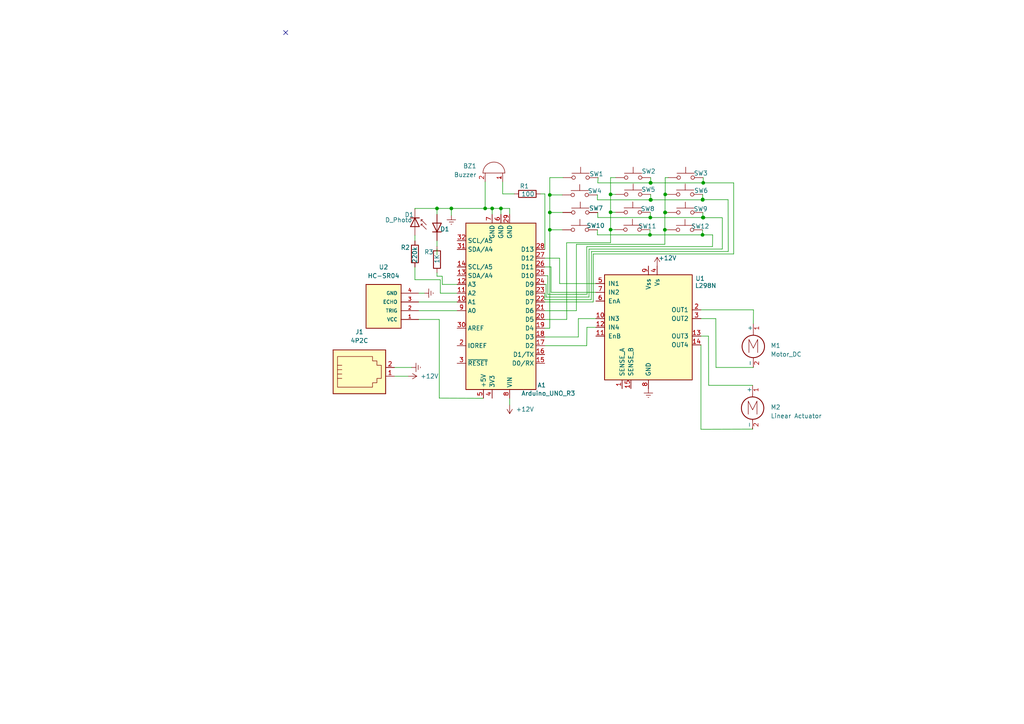
<source format=kicad_sch>
(kicad_sch (version 20211123) (generator eeschema)
  (paper "A4")
  (lib_symbols
    (symbol "Connector:4P2C" (pin_names (offset 1.016))
      (property "Reference" "J" (at -5.08 8.89 0))
      (property "Value" "4P2C" (at 2.54 8.89 0))
      (symbol "4P2C_0_1"
        (polyline (pts (xy -6.35 -0.635) (xy -5.08 -0.635) (xy -5.08 -0.635)))
        (polyline (pts (xy -6.35 0.635) (xy -5.08 0.635) (xy -5.08 0.635)))
        (polyline (pts (xy -6.35 1.905) (xy -5.08 1.905) (xy -5.08 1.905)))
        (polyline (pts (xy -6.35 3.175) (xy -5.08 3.175) (xy -5.08 3.175)))
        (polyline (pts (xy -6.35 -3.175) (xy -6.35 5.715) (xy -1.27 5.715) (xy 3.81 5.715) (xy 3.81 4.445) (xy 5.08 4.445) (xy 5.08 3.175) (xy 6.35 3.175) (xy 6.35 -0.635) (xy 5.08 -0.635) (xy 5.08 -1.905) (xy 3.81 -1.905) (xy 3.81 -3.175) (xy -6.35 -3.175) (xy -6.35 -3.175)))
        (rectangle (start 7.62 7.62) (end -7.62 -5.08) (stroke (width 0.254)) (fill (type background)))
      )
      (symbol "4P2C_1_1"
        (pin passive line (at 10.16 0 180) (length 2.54) (name "~") (number "1"))
        (pin passive line (at 10.16 2.54 180) (length 2.54) (name "~") (number "2"))
      )
    )
    (symbol "Device:Buzzer" (pin_names (offset 0.0254) hide)
      (property "Reference" "BZ" (at 3.81 1.27 0))
      (property "Value" "Buzzer" (at 3.81 -1.27 0))
      (symbol "Buzzer_0_1"
        (arc (start 0 -3.175) (mid 3.175 0) (end 0 3.175))
        (polyline (pts (xy -1.651 1.905) (xy -1.143 1.905)))
        (polyline (pts (xy -1.397 2.159) (xy -1.397 1.651)))
        (polyline (pts (xy 0 3.175) (xy 0 -3.175)))
      )
      (symbol "Buzzer_1_1"
        (pin passive line (at -2.54 2.54 0) (length 2.54) (name "-") (number "1"))
        (pin passive line (at -2.54 -2.54 0) (length 2.54) (name "+") (number "2"))
      )
    )
    (symbol "Device:D" (pin_numbers hide) (pin_names (offset 1.016) hide)
      (property "Reference" "D" (at 0 2.54 0))
      (property "Value" "D" (at 0 -2.54 0))
      (symbol "D_0_1"
        (polyline (pts (xy -1.27 1.27) (xy -1.27 -1.27)) (stroke (width 0.254)))
        (polyline (pts (xy 1.27 0) (xy -1.27 0)))
        (polyline (pts (xy 1.27 1.27) (xy 1.27 -1.27) (xy -1.27 0) (xy 1.27 1.27)) (stroke (width 0.254)))
      )
      (symbol "D_1_1"
        (pin passive line (at -3.81 0 0) (length 2.54) (name "K") (number "1"))
        (pin passive line (at 3.81 0 180) (length 2.54) (name "A") (number "2"))
      )
    )
    (symbol "Device:D_Photo" (pin_numbers hide) (pin_names hide)
      (property "Reference" "D" (at 0.508 1.778 0))
      (property "Value" "D_Photo" (at -1.016 -2.794 0))
      (symbol "D_Photo_0_1"
        (polyline (pts (xy -2.54 1.27) (xy -2.54 -1.27)) (stroke (width 0.254)))
        (polyline (pts (xy -2.032 1.778) (xy -1.524 1.778)))
        (polyline (pts (xy 0 0) (xy -2.54 0)))
        (polyline (pts (xy -0.508 3.302) (xy -2.032 1.778) (xy -2.032 2.286)))
        (polyline (pts (xy 0 -1.27) (xy 0 1.27) (xy -2.54 0) (xy 0 -1.27)) (stroke (width 0.254)))
        (polyline (pts (xy 0.762 3.302) (xy -0.762 1.778) (xy -0.762 2.286) (xy -0.762 1.778) (xy -0.254 1.778)))
      )
      (symbol "D_Photo_1_1"
        (pin passive line (at -5.08 0 0) (length 2.54) (name "K") (number "1"))
        (pin passive line (at 2.54 0 180) (length 2.54) (name "A") (number "2"))
      )
    )
    (symbol "Device:R" (pin_numbers hide) (pin_names (offset 0))
      (property "Reference" "R" (at 2.032 0 90))
      (property "Value" "R" (at 0 0 90))
      (symbol "R_0_1"
        (rectangle (start -1.016 -2.54) (end 1.016 2.54) (stroke (width 0.254)))
      )
      (symbol "R_1_1"
        (pin passive line (at 0 3.81 270) (length 1.27) (name "~") (number "1"))
        (pin passive line (at 0 -3.81 90) (length 1.27) (name "~") (number "2"))
      )
    )
    (symbol "Driver_Motor:L298N" (pin_names (offset 1.016))
      (property "Reference" "U" (at -10.16 16.51 0))
      (property "Value" "L298N" (at 12.7 16.51 0))
      (symbol "L298N_0_1"
        (rectangle (start -12.7 15.24) (end 12.7 -15.24) (stroke (width 0.254)) (fill (type background)))
      )
      (symbol "L298N_1_1"
        (pin power_in line (at -7.62 -17.78 90) (length 2.54) (name "SENSE_A") (number "1"))
        (pin input line (at -15.24 2.54 0) (length 2.54) (name "IN3") (number "10"))
        (pin input line (at -15.24 -2.54 0) (length 2.54) (name "EnB") (number "11"))
        (pin input line (at -15.24 0 0) (length 2.54) (name "IN4") (number "12"))
        (pin output line (at 15.24 -2.54 180) (length 2.54) (name "OUT3") (number "13"))
        (pin output line (at 15.24 -5.08 180) (length 2.54) (name "OUT4") (number "14"))
        (pin power_in line (at -5.08 -17.78 90) (length 2.54) (name "SENSE_B") (number "15"))
        (pin output line (at 15.24 5.08 180) (length 2.54) (name "OUT1") (number "2"))
        (pin output line (at 15.24 2.54 180) (length 2.54) (name "OUT2") (number "3"))
        (pin power_in line (at 2.54 17.78 270) (length 2.54) (name "Vs") (number "4"))
        (pin input line (at -15.24 12.7 0) (length 2.54) (name "IN1") (number "5"))
        (pin input line (at -15.24 7.62 0) (length 2.54) (name "EnA") (number "6"))
        (pin input line (at -15.24 10.16 0) (length 2.54) (name "IN2") (number "7"))
        (pin power_in line (at 0 -17.78 90) (length 2.54) (name "GND") (number "8"))
        (pin power_in line (at 0 17.78 270) (length 2.54) (name "Vss") (number "9"))
      )
    )
    (symbol "HC-SR04:HC-SR04" (pin_names (offset 1.016))
      (property "Reference" "U" (at 0 5.0813 0))
      (property "Value" "HC-SR04" (at 0 -10.163 0))
      (symbol "HC-SR04_0_0"
        (rectangle (start 0 -7.62) (end 10.16 5.08) (stroke (width 0.254)) (fill (type background)))
        (pin power_in line (at -5.08 2.54 0) (length 5.08) (name "VCC") (number "1"))
        (pin bidirectional line (at -5.08 0 0) (length 5.08) (name "TRIG") (number "2"))
        (pin bidirectional line (at -5.08 -2.54 0) (length 5.08) (name "ECHO") (number "3"))
        (pin power_in line (at -5.08 -5.08 0) (length 5.08) (name "GND") (number "4"))
      )
    )
    (symbol "MCU_Module:Arduino_UNO_R3"
      (property "Reference" "A" (at -10.16 23.495 0))
      (property "Value" "Arduino_UNO_R3" (at 5.08 -26.67 0))
      (symbol "Arduino_UNO_R3_0_1"
        (rectangle (start -10.16 22.86) (end 10.16 -25.4) (stroke (width 0.254)) (fill (type background)))
      )
      (symbol "Arduino_UNO_R3_1_1"
        (pin no_connect line (at -10.16 -20.32 0) (length 2.54) hide (name "NC") (number "1"))
        (pin bidirectional line (at 12.7 -2.54 180) (length 2.54) (name "A1") (number "10"))
        (pin bidirectional line (at 12.7 -5.08 180) (length 2.54) (name "A2") (number "11"))
        (pin bidirectional line (at 12.7 -7.62 180) (length 2.54) (name "A3") (number "12"))
        (pin bidirectional line (at 12.7 -10.16 180) (length 2.54) (name "SDA/A4") (number "13"))
        (pin bidirectional line (at 12.7 -12.7 180) (length 2.54) (name "SCL/A5") (number "14"))
        (pin bidirectional line (at -12.7 15.24 0) (length 2.54) (name "D0/RX") (number "15"))
        (pin bidirectional line (at -12.7 12.7 0) (length 2.54) (name "D1/TX") (number "16"))
        (pin bidirectional line (at -12.7 10.16 0) (length 2.54) (name "D2") (number "17"))
        (pin bidirectional line (at -12.7 7.62 0) (length 2.54) (name "D3") (number "18"))
        (pin bidirectional line (at -12.7 5.08 0) (length 2.54) (name "D4") (number "19"))
        (pin output line (at 12.7 10.16 180) (length 2.54) (name "IOREF") (number "2"))
        (pin bidirectional line (at -12.7 2.54 0) (length 2.54) (name "D5") (number "20"))
        (pin bidirectional line (at -12.7 0 0) (length 2.54) (name "D6") (number "21"))
        (pin bidirectional line (at -12.7 -2.54 0) (length 2.54) (name "D7") (number "22"))
        (pin bidirectional line (at -12.7 -5.08 0) (length 2.54) (name "D8") (number "23"))
        (pin bidirectional line (at -12.7 -7.62 0) (length 2.54) (name "D9") (number "24"))
        (pin bidirectional line (at -12.7 -10.16 0) (length 2.54) (name "D10") (number "25"))
        (pin bidirectional line (at -12.7 -12.7 0) (length 2.54) (name "D11") (number "26"))
        (pin bidirectional line (at -12.7 -15.24 0) (length 2.54) (name "D12") (number "27"))
        (pin bidirectional line (at -12.7 -17.78 0) (length 2.54) (name "D13") (number "28"))
        (pin power_in line (at -2.54 -27.94 90) (length 2.54) (name "GND") (number "29"))
        (pin input line (at 12.7 15.24 180) (length 2.54) (name "~{RESET}") (number "3"))
        (pin input line (at 12.7 5.08 180) (length 2.54) (name "AREF") (number "30"))
        (pin bidirectional line (at 12.7 -17.78 180) (length 2.54) (name "SDA/A4") (number "31"))
        (pin bidirectional line (at 12.7 -20.32 180) (length 2.54) (name "SCL/A5") (number "32"))
        (pin power_out line (at 2.54 25.4 270) (length 2.54) (name "3V3") (number "4"))
        (pin power_out line (at 5.08 25.4 270) (length 2.54) (name "+5V") (number "5"))
        (pin power_in line (at 0 -27.94 90) (length 2.54) (name "GND") (number "6"))
        (pin power_in line (at 2.54 -27.94 90) (length 2.54) (name "GND") (number "7"))
        (pin power_in line (at -2.54 25.4 270) (length 2.54) (name "VIN") (number "8"))
        (pin bidirectional line (at 12.7 0 180) (length 2.54) (name "A0") (number "9"))
      )
    )
    (symbol "Motor:Motor_DC" (pin_names (offset 0))
      (property "Reference" "M" (at 2.54 2.54 0))
      (property "Value" "Motor_DC" (at 2.54 -5.08 0))
      (symbol "Motor_DC_0_0"
        (polyline (pts (xy -1.27 -3.302) (xy -1.27 0.508) (xy 0 -2.032) (xy 1.27 0.508) (xy 1.27 -3.302)))
      )
      (symbol "Motor_DC_0_1"
        (circle (center 0 -1.524) (radius 3.2512) (stroke (width 0.254)))
        (polyline (pts (xy 0 -7.62) (xy 0 -7.112)))
        (polyline (pts (xy 0 -4.7752) (xy 0 -5.1816)))
        (polyline (pts (xy 0 1.7272) (xy 0 2.0828)))
        (polyline (pts (xy 0 2.032) (xy 0 2.54)))
      )
      (symbol "Motor_DC_1_1"
        (pin passive line (at 0 5.08 270) (length 2.54) (name "+") (number "1"))
        (pin passive line (at 0 -7.62 90) (length 2.54) (name "-") (number "2"))
      )
    )
    (symbol "Switch:SW_Push" (pin_numbers hide) (pin_names (offset 1.016) hide)
      (property "Reference" "SW" (at 1.27 2.54 0))
      (property "Value" "SW_Push" (at 0 -1.524 0))
      (symbol "SW_Push_0_1"
        (circle (center -2.032 0) (radius 0.508))
        (polyline (pts (xy 0 1.27) (xy 0 3.048)))
        (polyline (pts (xy 2.54 1.27) (xy -2.54 1.27)))
        (circle (center 2.032 0) (radius 0.508))
        (pin passive line (at -5.08 0 0) (length 2.54) (name "1") (number "1"))
        (pin passive line (at 5.08 0 180) (length 2.54) (name "2") (number "2"))
      )
    )
    (symbol "power:+12V" (power) (pin_names (offset 0))
      (property "Value" "+12V" (at 0 3.556 0))
      (symbol "+12V_0_1"
        (polyline (pts (xy -0.762 1.27) (xy 0 2.54)))
        (polyline (pts (xy 0 0) (xy 0 2.54)))
        (polyline (pts (xy 0 2.54) (xy 0.762 1.27)))
      )
      (symbol "+12V_1_1"
        (pin power_in line (at 0 0 90) (length 0) hide (name "+12V") (number "1"))
      )
    )
    (symbol "power:GNDREF" (power) (pin_names (offset 0))
      (property "Value" "GNDREF" (at 0 -3.81 0))
      (symbol "GNDREF_0_1"
        (polyline (pts (xy -0.635 -1.905) (xy 0.635 -1.905)))
        (polyline (pts (xy -0.127 -2.54) (xy 0.127 -2.54)))
        (polyline (pts (xy 0 -1.27) (xy 0 0)))
        (polyline (pts (xy 1.27 -1.27) (xy -1.27 -1.27)))
      )
      (symbol "GNDREF_1_1"
        (pin power_in line (at 0 0 270) (length 0) hide (name "GNDREF") (number "1"))
      )
    )
  )
  (junction (at 203.962 53.0352))
  (junction (at 177.0888 61.5696))
  (junction (at 130.9116 60.452))
  (junction (at 126.746 60.452))
  (junction (at 203.8096 57.8612))
  (junction (at 204.0128 63.0936))
  (junction (at 177.0888 66.5988))
  (junction (at 203.8604 63.0936))
  (junction (at 188.722 53.0352))
  (junction (at 188.6204 63.0936))
  (junction (at 192.8876 61.6204))
  (junction (at 192.9384 61.6204))
  (junction (at 188.7728 57.9628))
  (junction (at 159.4612 66.6496))
  (junction (at 188.6712 53.0352))
  (junction (at 159.4612 56.5404))
  (junction (at 203.7588 68.1228))
  (junction (at 203.8096 57.912))
  (junction (at 142.748 60.452))
  (junction (at 192.8368 66.6496))
  (junction (at 140.716 60.452))
  (junction (at 192.9384 56.388))
  (junction (at 188.722 57.9628))
  (junction (at 145.288 60.452))
  (junction (at 177.0888 56.388))
  (junction (at 159.4612 61.6204))
  (junction (at 203.8096 57.9628))
  (junction (at 188.6712 57.9628))
  (junction (at 188.5188 68.1228))
  (no_connect (at 82.8548 9.4488))
  (wire (pts (xy 192.8876 56.388) (xy 192.9384 56.388)))
  (wire (pts (xy 188.722 53.0352) (xy 203.962 53.0352)))
  (wire (pts (xy 159.4612 61.6204) (xy 159.4612 66.6496)))
  (wire (pts (xy 157.988 92.6592) (xy 164.3888 92.6592)))
  (wire (pts (xy 132.588 85.0392) (xy 127.7112 85.0392)))
  (wire (pts (xy 157.988 74.8792) (xy 162.306 74.8792)))
  (wire (pts (xy 130.9116 60.452) (xy 126.746 60.452)))
  (wire (pts (xy 114.4016 109.1184) (xy 118.364 109.1184)))
  (wire (pts (xy 192.9384 61.6204) (xy 193.7004 61.6204)))
  (wire (pts (xy 177.0888 56.388) (xy 178.562 56.388)))
  (wire (pts (xy 204.0128 63.0936) (xy 203.8604 63.0936)))
  (wire (pts (xy 159.4612 95.1992) (xy 157.988 95.1992)))
  (wire (pts (xy 157.988 85.0392) (xy 157.988 86.9188)))
  (wire (pts (xy 218.5416 89.8652) (xy 218.4908 93.8784)))
  (wire (pts (xy 188.6204 61.5696) (xy 188.6204 63.0936)))
  (wire (pts (xy 159.4612 56.5404) (xy 159.4612 61.6204)))
  (wire (pts (xy 203.3016 124.5108) (xy 218.2876 124.46)))
  (wire (pts (xy 171.5516 72.9488) (xy 211.2264 72.9488)))
  (wire (pts (xy 203.962 51.5112) (xy 203.962 53.0352)))
  (wire (pts (xy 170.8404 72.2376) (xy 170.8404 86.1568)))
  (wire (pts (xy 162.306 82.2452) (xy 172.8216 82.2452)))
  (wire (pts (xy 203.8096 57.8612) (xy 203.8096 57.912)))
  (wire (pts (xy 158.9024 79.9592) (xy 158.9024 85.3948)))
  (wire (pts (xy 121.412 90.1192) (xy 132.588 90.1192)))
  (wire (pts (xy 159.4612 51.5112) (xy 159.4612 56.5404)))
  (wire (pts (xy 211.1756 57.912) (xy 203.8096 57.912)))
  (wire (pts (xy 159.4612 66.6496) (xy 159.4612 95.1992)))
  (wire (pts (xy 126.746 79.0956) (xy 126.746 80.1116)))
  (wire (pts (xy 130.9116 60.452) (xy 130.9116 62.484)))
  (wire (pts (xy 173.228 56.5404) (xy 173.2788 56.5404)))
  (wire (pts (xy 209.4992 63.1444) (xy 203.8604 63.1444)))
  (wire (pts (xy 126.746 80.1116) (xy 128.27 80.1116)))
  (wire (pts (xy 177.0888 61.5696) (xy 177.0888 66.5988)))
  (wire (pts (xy 205.486 97.4852) (xy 205.5368 111.76)))
  (wire (pts (xy 159.8168 84.7852) (xy 159.8168 77.4192)))
  (wire (pts (xy 126.746 72.2376) (xy 126.746 73.9648)))
  (wire (pts (xy 127.7112 81.1276) (xy 120.3452 81.1276)))
  (wire (pts (xy 171.5516 72.9488) (xy 171.5008 86.9188)))
  (wire (pts (xy 157.988 87.5792) (xy 172.0596 87.5792)))
  (wire (pts (xy 188.722 57.9628) (xy 188.7728 57.9628)))
  (wire (pts (xy 128.27 80.1116) (xy 128.27 82.4992)))
  (wire (pts (xy 120.3452 68.2752) (xy 120.3452 69.85)))
  (wire (pts (xy 170.18 71.5264) (xy 206.6544 71.5264)))
  (wire (pts (xy 121.412 85.0392) (xy 123.0884 85.0392)))
  (wire (pts (xy 142.748 60.452) (xy 145.288 60.452)))
  (wire (pts (xy 167.7416 97.7392) (xy 167.7416 92.4052)))
  (wire (pts (xy 173.2788 66.6496) (xy 173.2788 68.1228)))
  (wire (pts (xy 188.722 56.388) (xy 188.722 57.9628)))
  (wire (pts (xy 218.4908 106.5784) (xy 207.6704 106.5784)))
  (wire (pts (xy 188.6712 57.9628) (xy 188.722 57.9628)))
  (wire (pts (xy 211.2264 72.9488) (xy 211.1756 57.912)))
  (wire (pts (xy 127.7112 85.0392) (xy 127.7112 81.1276)))
  (wire (pts (xy 121.412 87.5792) (xy 132.588 87.5792)))
  (wire (pts (xy 140.208 115.5192) (xy 127.4064 115.4684)))
  (wire (pts (xy 147.828 115.5192) (xy 147.828 117.4496)))
  (wire (pts (xy 157.988 82.4992) (xy 158.3944 82.4992)))
  (wire (pts (xy 192.9384 56.388) (xy 193.6496 56.388)))
  (wire (pts (xy 188.6712 53.0352) (xy 188.722 53.0352)))
  (wire (pts (xy 212.8012 73.66) (xy 212.8012 53.0352)))
  (wire (pts (xy 167.7416 92.4052) (xy 172.8216 92.4052)))
  (wire (pts (xy 167.1828 70.866) (xy 192.8368 70.866)))
  (wire (pts (xy 177.0888 51.5112) (xy 178.562 51.5112)))
  (wire (pts (xy 203.8096 56.388) (xy 203.8096 57.8612)))
  (wire (pts (xy 192.8368 66.6496) (xy 193.5988 66.6496)))
  (wire (pts (xy 140.716 60.452) (xy 142.748 60.452)))
  (wire (pts (xy 120.3452 60.452) (xy 120.3452 60.6552)))
  (wire (pts (xy 164.338 70.4088) (xy 177.0888 70.4088)))
  (wire (pts (xy 203.8604 63.0936) (xy 203.8604 63.1444)))
  (wire (pts (xy 173.3804 53.0352) (xy 188.6712 53.0352)))
  (wire (pts (xy 207.6704 106.5784) (xy 207.6196 92.4052)))
  (wire (pts (xy 158.9024 85.3948) (xy 158.9532 85.3948)))
  (wire (pts (xy 192.9384 56.388) (xy 192.9384 51.5112)))
  (wire (pts (xy 192.9384 51.5112) (xy 193.802 51.5112)))
  (wire (pts (xy 206.7052 68.1228) (xy 203.7588 68.1228)))
  (wire (pts (xy 158.0388 56.2356) (xy 156.7688 56.2356)))
  (wire (pts (xy 157.988 100.2792) (xy 170.18 100.2792)))
  (wire (pts (xy 192.8368 66.6496) (xy 192.8368 61.6204)))
  (wire (pts (xy 159.8168 77.4192) (xy 157.988 77.4192)))
  (wire (pts (xy 203.7588 66.6496) (xy 203.7588 68.1228)))
  (wire (pts (xy 177.0888 56.388) (xy 177.0888 61.5696)))
  (wire (pts (xy 157.988 97.7392) (xy 167.7416 97.7392)))
  (wire (pts (xy 173.3804 61.6204) (xy 173.3804 63.0936)))
  (wire (pts (xy 177.0888 66.5988) (xy 178.3588 66.5988)))
  (wire (pts (xy 170.8404 72.2376) (xy 209.4992 72.2376)))
  (wire (pts (xy 145.288 60.452) (xy 147.828 60.452)))
  (wire (pts (xy 158.3944 82.4992) (xy 158.3944 86.1568)))
  (wire (pts (xy 162.306 74.8792) (xy 162.306 82.2452)))
  (wire (pts (xy 173.2788 56.5404) (xy 173.2788 57.9628)))
  (wire (pts (xy 177.0888 61.5696) (xy 178.4604 61.5696)))
  (wire (pts (xy 159.4612 61.6204) (xy 163.2204 61.6204)))
  (wire (pts (xy 188.6204 63.0936) (xy 203.8604 63.0936)))
  (wire (pts (xy 147.828 60.452) (xy 147.828 62.1792)))
  (wire (pts (xy 172.0596 73.66) (xy 172.0596 87.5792)))
  (wire (pts (xy 114.4016 106.5784) (xy 119.38 106.5784)))
  (wire (pts (xy 159.4612 66.6496) (xy 163.1188 66.6496)))
  (wire (pts (xy 157.988 90.1192) (xy 167.1828 90.1192)))
  (wire (pts (xy 192.8368 66.6496) (xy 192.8368 70.866)))
  (wire (pts (xy 209.4992 72.2376) (xy 209.4992 63.1444)))
  (wire (pts (xy 158.9532 85.3948) (xy 170.2816 85.344)))
  (wire (pts (xy 164.3888 92.6592) (xy 164.338 70.4088)))
  (wire (pts (xy 120.3452 77.47) (xy 120.3452 81.1276)))
  (wire (pts (xy 126.746 69.7992) (xy 126.746 71.4756)))
  (wire (pts (xy 126.746 60.452) (xy 126.746 62.1792)))
  (wire (pts (xy 172.8216 84.7852) (xy 159.8168 84.7852)))
  (wire (pts (xy 192.8368 61.6204) (xy 192.8876 61.6204)))
  (wire (pts (xy 157.988 86.9188) (xy 171.5008 86.9188)))
  (wire (pts (xy 158.3944 86.1568) (xy 170.8404 86.1568)))
  (wire (pts (xy 203.8096 57.9628) (xy 203.8096 57.912)))
  (wire (pts (xy 170.2816 85.344) (xy 170.18 71.5264)))
  (wire (pts (xy 126.746 60.452) (xy 120.3452 60.452)))
  (wire (pts (xy 170.2308 94.9452) (xy 172.8216 94.9452)))
  (wire (pts (xy 173.2788 68.1228) (xy 188.5188 68.1228)))
  (wire (pts (xy 140.716 52.7304) (xy 140.716 60.452)))
  (wire (pts (xy 167.1828 90.1192) (xy 167.1828 70.866)))
  (wire (pts (xy 203.3016 97.4852) (xy 205.486 97.4852)))
  (wire (pts (xy 203.8604 61.6204) (xy 203.8604 63.0936)))
  (wire (pts (xy 188.5188 66.5988) (xy 188.5188 68.1228)))
  (wire (pts (xy 212.8012 53.0352) (xy 203.962 53.0352)))
  (wire (pts (xy 173.2788 57.9628) (xy 188.6712 57.9628)))
  (wire (pts (xy 170.18 100.2792) (xy 170.2308 94.9452)))
  (wire (pts (xy 158.0388 72.3392) (xy 158.0388 56.2356)))
  (wire (pts (xy 173.3804 63.0936) (xy 188.6204 63.0936)))
  (wire (pts (xy 172.0596 73.66) (xy 212.8012 73.66)))
  (wire (pts (xy 177.0888 70.4088) (xy 177.0888 66.5988)))
  (wire (pts (xy 145.288 60.452) (xy 145.288 62.1792)))
  (wire (pts (xy 142.748 62.1792) (xy 142.748 60.452)))
  (wire (pts (xy 192.8876 61.6204) (xy 192.9384 61.6204)))
  (wire (pts (xy 159.4612 51.5112) (xy 163.322 51.5112)))
  (wire (pts (xy 203.3016 89.8652) (xy 218.5416 89.8652)))
  (wire (pts (xy 188.7728 57.9628) (xy 203.8096 57.9628)))
  (wire (pts (xy 203.3016 100.0252) (xy 203.3016 124.5108)))
  (wire (pts (xy 177.0888 51.5112) (xy 177.0888 56.388)))
  (wire (pts (xy 173.482 51.5112) (xy 173.3804 53.0352)))
  (wire (pts (xy 130.9116 60.452) (xy 140.716 60.452)))
  (wire (pts (xy 159.4612 56.5404) (xy 163.068 56.5404)))
  (wire (pts (xy 157.988 79.9592) (xy 158.9024 79.9592)))
  (wire (pts (xy 192.8876 56.388) (xy 192.8876 61.6204)))
  (wire (pts (xy 127.4064 92.6592) (xy 121.412 92.6592)))
  (wire (pts (xy 205.5368 111.76) (xy 218.2876 111.76)))
  (wire (pts (xy 128.27 82.4992) (xy 132.588 82.4992)))
  (wire (pts (xy 145.796 52.7812) (xy 145.796 56.2356)))
  (wire (pts (xy 127.4064 92.6592) (xy 127.4064 115.4684)))
  (wire (pts (xy 203.3016 92.4052) (xy 207.6196 92.4052)))
  (wire (pts (xy 188.722 51.5112) (xy 188.722 53.0352)))
  (wire (pts (xy 206.6544 71.5264) (xy 206.7052 68.1228)))
  (wire (pts (xy 188.5188 68.1228) (xy 203.7588 68.1228)))
  (wire (pts (xy 145.796 56.2356) (xy 149.1488 56.2356)))
  (symbol (lib_id "power:+12V") (at 118.364 109.1184 270) (unit 1)
    (property "Reference" "#PWR?" (effects hide))
    (property "Value" "+12V" (at 121.92 109.1183 90) (effects (justify left)))
  )
  (symbol (lib_id "Switch:SW_Push") (at 198.882 51.5112 0) (unit 1)
    (property "Reference" "SW3" (at 203.2508 50.2412 0))
    (property "Value" "SW_Push" (effects hide))
  )
  (symbol (lib_id "Switch:SW_Push") (at 168.3004 61.6204 0) (unit 1)
    (property "Reference" "SW7" (at 172.8724 60.4012 0))
    (property "Value" "SW_Push" (effects hide))
  )
  (symbol (lib_id "Device:D_Photo") (at 120.3452 65.7352 270) (unit 1)
    (property "Reference" "D1" (at 117.348 62.2808 90) (effects (justify left)))
    (property "Value" "D_Photo" (at 111.6584 63.8048 90) (effects (justify left)))
  )
  (symbol (lib_id "Device:R") (at 126.746 75.2856 0) (unit 1)
    (property "Reference" "R3" (at 123.0376 73.1012 0) (effects (justify left)))
    (property "Value" "1K" (at 126.746 76.454 90) (effects (justify left)))
  )
  (symbol (lib_id "Device:R") (at 120.3452 73.66 0) (unit 1)
    (property "Reference" "R2" (at 118.9228 71.7804 0) (effects (justify right)))
    (property "Value" "220k" (at 120.2944 71.5264 90) (effects (justify right)))
  )
  (symbol (lib_id "Motor:Motor_DC") (at 218.4908 98.9584 0) (unit 1)
    (property "Reference" "M1" (at 223.52 100.2283 0) (effects (justify left)))
    (property "Value" "Motor_DC" (at 223.52 102.7683 0) (effects (justify left)))
  )
  (symbol (lib_id "Switch:SW_Push") (at 183.642 56.388 0) (unit 1)
    (property "Reference" "SW5" (at 188.0616 54.9656 0))
    (property "Value" "SW_Push" (effects hide))
  )
  (symbol (lib_id "power:GNDREF") (at 130.9116 62.484 0) (unit 1)
    (property "Reference" "#PWR?" (effects hide))
    (property "Value" "GNDREF" (effects hide))
  )
  (symbol (lib_id "Switch:SW_Push") (at 183.642 51.5112 0) (unit 1)
    (property "Reference" "SW2" (at 188.1124 49.6824 0))
    (property "Value" "SW_Push" (effects hide))
  )
  (symbol (lib_id "MCU_Module:Arduino_UNO_R3") (at 145.288 90.1192 180) (unit 1)
    (property "Reference" "A1" (at 155.8544 111.7092 0) (effects (justify right)))
    (property "Value" "Arduino_UNO_R3" (at 151.1808 114.0968 0) (effects (justify right)))
    (property "Footprint" "Module:Arduino_UNO_R3" (effects hide))
    (property "Datasheet" "https://www.arduino.cc/en/Main/arduinoBoardUno" (effects hide))
  )
  (symbol (lib_id "Switch:SW_Push") (at 198.7804 61.6204 0) (unit 1)
    (property "Reference" "SW9" (at 203.2 60.6044 0))
    (property "Value" "SW_Push" (effects hide))
  )
  (symbol (lib_id "power:+12V") (at 147.828 117.4496 180) (unit 1)
    (property "Reference" "#PWR?" (effects hide))
    (property "Value" "+12V" (at 149.606 118.7195 0) (effects (justify right)))
  )
  (symbol (lib_id "Switch:SW_Push") (at 168.402 51.5112 0) (unit 1)
    (property "Reference" "SW1" (at 172.974 50.4444 0))
    (property "Value" "SW_Push" (effects hide))
  )
  (symbol (lib_id "Switch:SW_Push") (at 198.7296 56.388 0) (unit 1)
    (property "Reference" "SW6" (at 203.3524 55.2704 0))
    (property "Value" "SW_Push" (effects hide))
  )
  (symbol (lib_id "Device:D") (at 126.746 65.9892 90) (unit 1)
    (property "Reference" "D1" (at 130.3528 66.4464 90) (effects (justify left)))
    (property "Value" "D" (effects hide))
  )
  (symbol (lib_id "Switch:SW_Push") (at 198.6788 66.6496 0) (unit 1)
    (property "Reference" "SW12" (at 203.0984 65.6336 0))
    (property "Value" "SW_Push" (effects hide))
  )
  (symbol (lib_id "Device:R") (at 152.9588 56.2356 90) (unit 1)
    (property "Reference" "R1" (at 152.0952 54.0004 90))
    (property "Value" "100" (at 153.1112 56.2864 90))
  )
  (symbol (lib_id "power:GNDREF") (at 123.0884 85.0392 90) (unit 1)
    (property "Reference" "#PWR?" (effects hide))
    (property "Value" "GNDREF" (effects hide))
  )
  (symbol (lib_id "Driver_Motor:L298N") (at 188.0616 94.9452 0) (unit 1)
    (property "Reference" "U1" (at 201.676 80.772 0) (effects (justify left)))
    (property "Value" "L298N" (at 201.5744 82.8548 0) (effects (justify left)))
    (property "Footprint" "Package_TO_SOT_THT:TO-220-15_P2.54x2.54mm_StaggerOdd_Lead4.58mm_Vertical" (effects hide))
    (property "Datasheet" "http://www.st.com/st-web-ui/static/active/en/resource/technical/document/datasheet/CD00000240.pdf" (effects hide))
  )
  (symbol (lib_id "Motor:Motor_DC") (at 218.2876 116.84 0) (unit 1)
    (property "Reference" "M2" (at 223.52 118.1099 0) (effects (justify left)))
    (property "Value" "Linear Actuator" (at 223.52 120.6499 0) (effects (justify left)))
  )
  (symbol (lib_id "Switch:SW_Push") (at 183.4388 66.5988 0) (unit 1)
    (property "Reference" "SW11" (at 187.7568 65.5828 0))
    (property "Value" "SW_Push" (effects hide))
  )
  (symbol (lib_id "Device:Buzzer") (at 143.256 50.1904 270) (mirror x) (unit 1)
    (property "Reference" "BZ1" (at 138.2268 48.1583 90) (effects (justify right)))
    (property "Value" "Buzzer" (at 138.2268 50.6983 90) (effects (justify right)))
  )
  (symbol (lib_id "Switch:SW_Push") (at 183.5404 61.5696 0) (unit 1)
    (property "Reference" "SW8" (at 187.8584 60.5536 0))
    (property "Value" "SW_Push" (effects hide))
  )
  (symbol (lib_id "Switch:SW_Push") (at 168.148 56.5404 0) (unit 1)
    (property "Reference" "SW4" (at 172.5168 55.372 0))
    (property "Value" "SW_Push" (effects hide))
  )
  (symbol (lib_id "power:GNDREF") (at 119.38 106.5784 90) (unit 1)
    (property "Reference" "#PWR?" (effects hide))
    (property "Value" "GNDREF" (effects hide))
  )
  (symbol (lib_id "Connector:4P2C") (at 104.2416 109.1184 0) (unit 1)
    (property "Reference" "J1" (at 104.2416 96.266 0))
    (property "Value" "4P2C" (at 104.2416 98.806 0))
  )
  (symbol (lib_id "HC-SR04:HC-SR04") (at 116.332 90.1192 180) (unit 1)
    (property "Reference" "U2" (at 111.252 77.47 0))
    (property "Value" "HC-SR04" (at 111.252 80.01 0))
    (property "Footprint" "XCVR_HC-SR04" (effects hide))
    (property "MANUFACTURER" "Osepp" (effects hide))
  )
  (symbol (lib_id "Switch:SW_Push") (at 168.1988 66.6496 0) (unit 1)
    (property "Reference" "SW10" (at 172.7708 65.4304 0))
    (property "Value" "SW_Push" (effects hide))
  )
  (symbol (lib_id "power:+12V") (at 190.6016 77.1652 0) (unit 1)
    (property "Reference" "#PWR?" (effects hide))
    (property "Value" "+12V" (at 193.5988 74.8284 0))
  )
  (symbol (lib_id "power:GNDREF") (at 188.0616 112.7252 0) (unit 1)
    (property "Reference" "#PWR?" (effects hide))
    (property "Value" "GNDREF" (effects hide))
  )
)
</source>
